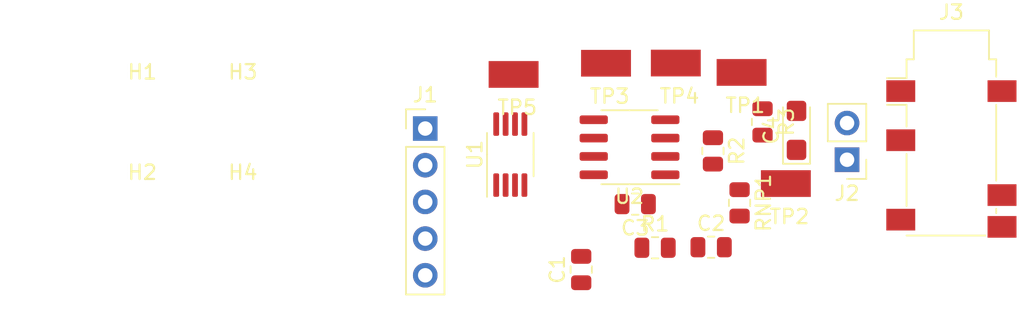
<source format=kicad_pcb>
(kicad_pcb (version 20171130) (host pcbnew "(5.1.10)-1")

  (general
    (thickness 1.6)
    (drawings 0)
    (tracks 0)
    (zones 0)
    (modules 22)
    (nets 14)
  )

  (page A4)
  (layers
    (0 F.Cu signal)
    (31 B.Cu signal)
    (32 B.Adhes user)
    (33 F.Adhes user)
    (34 B.Paste user)
    (35 F.Paste user)
    (36 B.SilkS user)
    (37 F.SilkS user)
    (38 B.Mask user)
    (39 F.Mask user)
    (40 Dwgs.User user)
    (41 Cmts.User user)
    (42 Eco1.User user)
    (43 Eco2.User user)
    (44 Edge.Cuts user)
    (45 Margin user)
    (46 B.CrtYd user)
    (47 F.CrtYd user)
    (48 B.Fab user)
    (49 F.Fab user)
  )

  (setup
    (last_trace_width 0.25)
    (trace_clearance 0.2)
    (zone_clearance 0.508)
    (zone_45_only no)
    (trace_min 0.2)
    (via_size 0.8)
    (via_drill 0.4)
    (via_min_size 0.4)
    (via_min_drill 0.3)
    (uvia_size 0.3)
    (uvia_drill 0.1)
    (uvias_allowed no)
    (uvia_min_size 0.2)
    (uvia_min_drill 0.1)
    (edge_width 0.05)
    (segment_width 0.2)
    (pcb_text_width 0.3)
    (pcb_text_size 1.5 1.5)
    (mod_edge_width 0.12)
    (mod_text_size 1 1)
    (mod_text_width 0.15)
    (pad_size 1.524 1.524)
    (pad_drill 0.762)
    (pad_to_mask_clearance 0)
    (aux_axis_origin 0 0)
    (visible_elements 7FFFF7FF)
    (pcbplotparams
      (layerselection 0x010fc_ffffffff)
      (usegerberextensions false)
      (usegerberattributes true)
      (usegerberadvancedattributes true)
      (creategerberjobfile true)
      (excludeedgelayer true)
      (linewidth 0.100000)
      (plotframeref false)
      (viasonmask false)
      (mode 1)
      (useauxorigin false)
      (hpglpennumber 1)
      (hpglpenspeed 20)
      (hpglpendiameter 15.000000)
      (psnegative false)
      (psa4output false)
      (plotreference true)
      (plotvalue true)
      (plotinvisibletext false)
      (padsonsilk false)
      (subtractmaskfromsilk false)
      (outputformat 1)
      (mirror false)
      (drillshape 1)
      (scaleselection 1)
      (outputdirectory ""))
  )

  (net 0 "")
  (net 1 "Net-(C1-Pad2)")
  (net 2 /WOZ_AUD)
  (net 3 GND)
  (net 4 "Net-(C2-Pad1)")
  (net 5 +5V)
  (net 6 /EAR)
  (net 7 /SPKR)
  (net 8 /AUD_SCL)
  (net 9 /AUD_SDA)
  (net 10 "Net-(J2-Pad2)")
  (net 11 /Sense)
  (net 12 "Net-(R2-Pad1)")
  (net 13 /DC_Vol)

  (net_class Default "This is the default net class."
    (clearance 0.2)
    (trace_width 0.25)
    (via_dia 0.8)
    (via_drill 0.4)
    (uvia_dia 0.3)
    (uvia_drill 0.1)
    (add_net +5V)
    (add_net /AUD_SCL)
    (add_net /AUD_SDA)
    (add_net /DC_Vol)
    (add_net /EAR)
    (add_net /SPKR)
    (add_net /Sense)
    (add_net /WOZ_AUD)
    (add_net GND)
    (add_net "Net-(C1-Pad2)")
    (add_net "Net-(C2-Pad1)")
    (add_net "Net-(J2-Pad2)")
    (add_net "Net-(R2-Pad1)")
  )

  (module Connector_PinHeader_2.54mm:PinHeader_1x05_P2.54mm_Vertical (layer F.Cu) (tedit 59FED5CC) (tstamp 61F4CBCD)
    (at 113.6142 102.9589)
    (descr "Through hole straight pin header, 1x05, 2.54mm pitch, single row")
    (tags "Through hole pin header THT 1x05 2.54mm single row")
    (path /61FE9FA4)
    (fp_text reference J1 (at 0 -2.33) (layer F.SilkS)
      (effects (font (size 1 1) (thickness 0.15)))
    )
    (fp_text value "Vol I2C" (at 0 12.49) (layer F.Fab)
      (effects (font (size 1 1) (thickness 0.15)))
    )
    (fp_text user %R (at 0 5.08 90) (layer F.Fab)
      (effects (font (size 1 1) (thickness 0.15)))
    )
    (fp_line (start -0.635 -1.27) (end 1.27 -1.27) (layer F.Fab) (width 0.1))
    (fp_line (start 1.27 -1.27) (end 1.27 11.43) (layer F.Fab) (width 0.1))
    (fp_line (start 1.27 11.43) (end -1.27 11.43) (layer F.Fab) (width 0.1))
    (fp_line (start -1.27 11.43) (end -1.27 -0.635) (layer F.Fab) (width 0.1))
    (fp_line (start -1.27 -0.635) (end -0.635 -1.27) (layer F.Fab) (width 0.1))
    (fp_line (start -1.33 11.49) (end 1.33 11.49) (layer F.SilkS) (width 0.12))
    (fp_line (start -1.33 1.27) (end -1.33 11.49) (layer F.SilkS) (width 0.12))
    (fp_line (start 1.33 1.27) (end 1.33 11.49) (layer F.SilkS) (width 0.12))
    (fp_line (start -1.33 1.27) (end 1.33 1.27) (layer F.SilkS) (width 0.12))
    (fp_line (start -1.33 0) (end -1.33 -1.33) (layer F.SilkS) (width 0.12))
    (fp_line (start -1.33 -1.33) (end 0 -1.33) (layer F.SilkS) (width 0.12))
    (fp_line (start -1.8 -1.8) (end -1.8 11.95) (layer F.CrtYd) (width 0.05))
    (fp_line (start -1.8 11.95) (end 1.8 11.95) (layer F.CrtYd) (width 0.05))
    (fp_line (start 1.8 11.95) (end 1.8 -1.8) (layer F.CrtYd) (width 0.05))
    (fp_line (start 1.8 -1.8) (end -1.8 -1.8) (layer F.CrtYd) (width 0.05))
    (pad 5 thru_hole oval (at 0 10.16) (size 1.7 1.7) (drill 1) (layers *.Cu *.Mask)
      (net 3 GND))
    (pad 4 thru_hole oval (at 0 7.62) (size 1.7 1.7) (drill 1) (layers *.Cu *.Mask)
      (net 8 /AUD_SCL))
    (pad 3 thru_hole oval (at 0 5.08) (size 1.7 1.7) (drill 1) (layers *.Cu *.Mask)
      (net 9 /AUD_SDA))
    (pad 2 thru_hole oval (at 0 2.54) (size 1.7 1.7) (drill 1) (layers *.Cu *.Mask)
      (net 2 /WOZ_AUD))
    (pad 1 thru_hole rect (at 0 0) (size 1.7 1.7) (drill 1) (layers *.Cu *.Mask)
      (net 11 /Sense))
    (model ${KISYS3DMOD}/Connector_PinHeader_2.54mm.3dshapes/PinHeader_1x05_P2.54mm_Vertical.wrl
      (at (xyz 0 0 0))
      (scale (xyz 1 1 1))
      (rotate (xyz 0 0 0))
    )
  )

  (module Connector_Audio:Jack_3.5mm_PJ311_Horizontal (layer F.Cu) (tedit 5A1DBF1B) (tstamp 61F4CC0B)
    (at 149.987 105.0671)
    (descr "PJ311 6pin SMD 3.5mm stereo headphones jack.")
    (tags "headphones jack plug stereo 3.5mm PJ311")
    (path /61EE4775)
    (attr smd)
    (fp_text reference J3 (at 0 -10.16) (layer F.SilkS)
      (effects (font (size 1 1) (thickness 0.15)))
    )
    (fp_text value Ears (at 0 7.17) (layer F.Fab)
      (effects (font (size 1 1) (thickness 0.15)))
    )
    (fp_text user %R (at 0 0) (layer F.Fab)
      (effects (font (size 1 1) (thickness 0.15)))
    )
    (fp_line (start -3.1 -3.75) (end -4.45 -3.75) (layer F.SilkS) (width 0.12))
    (fp_line (start -3.1 -5.6) (end -4.45 -5.6) (layer F.SilkS) (width 0.12))
    (fp_line (start -3.1 -5.6) (end -3.1 -6.9) (layer F.SilkS) (width 0.12))
    (fp_line (start -3.1 -2.25) (end -3.1 -3.75) (layer F.SilkS) (width 0.12))
    (fp_line (start -3.1 3.25) (end -3.1 -0.35) (layer F.SilkS) (width 0.12))
    (fp_line (start 2.35 5.3) (end -3.1 5.3) (layer F.SilkS) (width 0.12))
    (fp_line (start 3.1 3.45) (end 3.1 3.75) (layer F.SilkS) (width 0.12))
    (fp_line (start 3.1 -3.75) (end 3.1 1.5) (layer F.SilkS) (width 0.12))
    (fp_line (start 3.1 -6.9) (end 3.1 -5.7) (layer F.SilkS) (width 0.12))
    (fp_line (start -2.6 -6.9) (end -2.6 -8.9) (layer F.SilkS) (width 0.12))
    (fp_line (start -2.6 -8.9) (end 2.6 -8.9) (layer F.SilkS) (width 0.12))
    (fp_line (start 2.6 -8.9) (end 2.6 -6.9) (layer F.SilkS) (width 0.12))
    (fp_line (start 2.6 -6.9) (end 3.1 -6.9) (layer F.SilkS) (width 0.12))
    (fp_line (start -3.1 -6.9) (end -2.6 -6.9) (layer F.SilkS) (width 0.12))
    (fp_line (start -3 5.2) (end 3 5.2) (layer F.Fab) (width 0.1))
    (fp_line (start 3 5.2) (end 3 -6.8) (layer F.Fab) (width 0.1))
    (fp_line (start 3 -6.8) (end 2.5 -6.8) (layer F.Fab) (width 0.1))
    (fp_line (start 2.5 -6.8) (end 2.5 -8.8) (layer F.Fab) (width 0.1))
    (fp_line (start 2.5 -8.8) (end -2.5 -8.8) (layer F.Fab) (width 0.1))
    (fp_line (start -2.5 -8.8) (end -2.5 -6.8) (layer F.Fab) (width 0.1))
    (fp_line (start -2.5 -6.8) (end -3 -6.8) (layer F.Fab) (width 0.1))
    (fp_line (start -3 -6.8) (end -3 5.2) (layer F.Fab) (width 0.1))
    (fp_line (start -5 -9.31) (end 5 -9.31) (layer F.CrtYd) (width 0.05))
    (fp_line (start -5 -9.31) (end -5 5.94) (layer F.CrtYd) (width 0.05))
    (fp_line (start 5 5.94) (end 5 -9.31) (layer F.CrtYd) (width 0.05))
    (fp_line (start -5 5.94) (end 5 5.94) (layer F.CrtYd) (width 0.05))
    (fp_circle (center -2.35 -4.65) (end -2.1 -4.65) (layer F.Fab) (width 0.12))
    (pad 2 smd rect (at 3.5 -4.7) (size 2 1.5) (layers F.Cu F.Paste F.Mask)
      (net 3 GND))
    (pad "" np_thru_hole circle (at 0 2.7) (size 1.5 1.5) (drill 1.5) (layers *.Cu *.Mask))
    (pad "" np_thru_hole circle (at 0 -4.3) (size 1.5 1.5) (drill 1.5) (layers *.Cu *.Mask))
    (pad 4 smd rect (at 3.5 2.5) (size 2 1.5) (layers F.Cu F.Paste F.Mask)
      (net 6 /EAR))
    (pad 5 smd rect (at 3.5 4.7) (size 2 1.5) (layers F.Cu F.Paste F.Mask)
      (net 5 +5V))
    (pad 1 smd rect (at -3.5 -4.7) (size 2 1.5) (layers F.Cu F.Paste F.Mask))
    (pad 3 smd rect (at -3.5 -1.3) (size 2 1.5) (layers F.Cu F.Paste F.Mask)
      (net 6 /EAR))
    (pad 6 smd rect (at -3.5 4.2) (size 2 1.5) (layers F.Cu F.Paste F.Mask)
      (net 11 /Sense))
    (model ${KISYS3DMOD}/Connector_Audio.3dshapes/Jack_3.5mm_PJ311_Horizontal.wrl
      (at (xyz 0 0 0))
      (scale (xyz 1 1 1))
      (rotate (xyz 0 0 0))
    )
  )

  (module MountingHole:MountingHole_2.7mm_M2.5 (layer F.Cu) (tedit 56D1B4CB) (tstamp 61F566C1)
    (at 101.0062 109.693)
    (descr "Mounting Hole 2.7mm, no annular, M2.5")
    (tags "mounting hole 2.7mm no annular m2.5")
    (path /61F59FE9)
    (attr virtual)
    (fp_text reference H4 (at 0 -3.7) (layer F.SilkS)
      (effects (font (size 1 1) (thickness 0.15)))
    )
    (fp_text value MountingHole_M2.5_Screw (at 0 3.7) (layer F.Fab)
      (effects (font (size 1 1) (thickness 0.15)))
    )
    (fp_text user %R (at 0.3 0) (layer F.Fab)
      (effects (font (size 1 1) (thickness 0.15)))
    )
    (fp_circle (center 0 0) (end 2.7 0) (layer Cmts.User) (width 0.15))
    (fp_circle (center 0 0) (end 2.95 0) (layer F.CrtYd) (width 0.05))
    (pad 1 np_thru_hole circle (at 0 0) (size 2.7 2.7) (drill 2.7) (layers *.Cu *.Mask))
  )

  (module MountingHole:MountingHole_2.7mm_M2.5 (layer F.Cu) (tedit 56D1B4CB) (tstamp 61F566B9)
    (at 101.0062 102.743)
    (descr "Mounting Hole 2.7mm, no annular, M2.5")
    (tags "mounting hole 2.7mm no annular m2.5")
    (path /61F5A4A6)
    (attr virtual)
    (fp_text reference H3 (at 0 -3.7) (layer F.SilkS)
      (effects (font (size 1 1) (thickness 0.15)))
    )
    (fp_text value MountingHole_M2.5_Screw (at 0 3.7) (layer F.Fab)
      (effects (font (size 1 1) (thickness 0.15)))
    )
    (fp_text user %R (at 0.3 0) (layer F.Fab)
      (effects (font (size 1 1) (thickness 0.15)))
    )
    (fp_circle (center 0 0) (end 2.7 0) (layer Cmts.User) (width 0.15))
    (fp_circle (center 0 0) (end 2.95 0) (layer F.CrtYd) (width 0.05))
    (pad 1 np_thru_hole circle (at 0 0) (size 2.7 2.7) (drill 2.7) (layers *.Cu *.Mask))
  )

  (module MountingHole:MountingHole_2.7mm_M2.5 (layer F.Cu) (tedit 56D1B4CB) (tstamp 61F566B1)
    (at 94.0562 109.693)
    (descr "Mounting Hole 2.7mm, no annular, M2.5")
    (tags "mounting hole 2.7mm no annular m2.5")
    (path /61F5A74C)
    (attr virtual)
    (fp_text reference H2 (at 0 -3.7) (layer F.SilkS)
      (effects (font (size 1 1) (thickness 0.15)))
    )
    (fp_text value MountingHole_M2.5_Screw (at 0 3.7) (layer F.Fab)
      (effects (font (size 1 1) (thickness 0.15)))
    )
    (fp_text user %R (at 0.3 0) (layer F.Fab)
      (effects (font (size 1 1) (thickness 0.15)))
    )
    (fp_circle (center 0 0) (end 2.7 0) (layer Cmts.User) (width 0.15))
    (fp_circle (center 0 0) (end 2.95 0) (layer F.CrtYd) (width 0.05))
    (pad 1 np_thru_hole circle (at 0 0) (size 2.7 2.7) (drill 2.7) (layers *.Cu *.Mask))
  )

  (module MountingHole:MountingHole_2.7mm_M2.5 (layer F.Cu) (tedit 56D1B4CB) (tstamp 61F566A9)
    (at 94.0562 102.743)
    (descr "Mounting Hole 2.7mm, no annular, M2.5")
    (tags "mounting hole 2.7mm no annular m2.5")
    (path /61F5A9E4)
    (attr virtual)
    (fp_text reference H1 (at 0 -3.7) (layer F.SilkS)
      (effects (font (size 1 1) (thickness 0.15)))
    )
    (fp_text value MountingHole_M2.5_Screw (at 0 3.7) (layer F.Fab)
      (effects (font (size 1 1) (thickness 0.15)))
    )
    (fp_text user %R (at 0.3 0) (layer F.Fab)
      (effects (font (size 1 1) (thickness 0.15)))
    )
    (fp_circle (center 0 0) (end 2.7 0) (layer Cmts.User) (width 0.15))
    (fp_circle (center 0 0) (end 2.95 0) (layer F.CrtYd) (width 0.05))
    (pad 1 np_thru_hole circle (at 0 0) (size 2.7 2.7) (drill 2.7) (layers *.Cu *.Mask))
  )

  (module Package_SO:SOIC-8_3.9x4.9mm_P1.27mm (layer F.Cu) (tedit 5D9F72B1) (tstamp 61F4D048)
    (at 127.7366 104.2543 180)
    (descr "SOIC, 8 Pin (JEDEC MS-012AA, https://www.analog.com/media/en/package-pcb-resources/package/pkg_pdf/soic_narrow-r/r_8.pdf), generated with kicad-footprint-generator ipc_gullwing_generator.py")
    (tags "SOIC SO")
    (path /61F4F362)
    (attr smd)
    (fp_text reference U2 (at 0 -3.4) (layer F.SilkS)
      (effects (font (size 1 1) (thickness 0.15)))
    )
    (fp_text value LM4875 (at 0 3.4) (layer F.Fab)
      (effects (font (size 1 1) (thickness 0.15)))
    )
    (fp_line (start 3.7 -2.7) (end -3.7 -2.7) (layer F.CrtYd) (width 0.05))
    (fp_line (start 3.7 2.7) (end 3.7 -2.7) (layer F.CrtYd) (width 0.05))
    (fp_line (start -3.7 2.7) (end 3.7 2.7) (layer F.CrtYd) (width 0.05))
    (fp_line (start -3.7 -2.7) (end -3.7 2.7) (layer F.CrtYd) (width 0.05))
    (fp_line (start -1.95 -1.475) (end -0.975 -2.45) (layer F.Fab) (width 0.1))
    (fp_line (start -1.95 2.45) (end -1.95 -1.475) (layer F.Fab) (width 0.1))
    (fp_line (start 1.95 2.45) (end -1.95 2.45) (layer F.Fab) (width 0.1))
    (fp_line (start 1.95 -2.45) (end 1.95 2.45) (layer F.Fab) (width 0.1))
    (fp_line (start -0.975 -2.45) (end 1.95 -2.45) (layer F.Fab) (width 0.1))
    (fp_line (start 0 -2.56) (end -3.45 -2.56) (layer F.SilkS) (width 0.12))
    (fp_line (start 0 -2.56) (end 1.95 -2.56) (layer F.SilkS) (width 0.12))
    (fp_line (start 0 2.56) (end -1.95 2.56) (layer F.SilkS) (width 0.12))
    (fp_line (start 0 2.56) (end 1.95 2.56) (layer F.SilkS) (width 0.12))
    (fp_text user %R (at 0 0) (layer F.Fab)
      (effects (font (size 0.98 0.98) (thickness 0.15)))
    )
    (pad 8 smd roundrect (at 2.475 -1.905 180) (size 1.95 0.6) (layers F.Cu F.Paste F.Mask) (roundrect_rratio 0.25)
      (net 10 "Net-(J2-Pad2)"))
    (pad 7 smd roundrect (at 2.475 -0.635 180) (size 1.95 0.6) (layers F.Cu F.Paste F.Mask) (roundrect_rratio 0.25)
      (net 4 "Net-(C2-Pad1)"))
    (pad 6 smd roundrect (at 2.475 0.635 180) (size 1.95 0.6) (layers F.Cu F.Paste F.Mask) (roundrect_rratio 0.25)
      (net 3 GND))
    (pad 5 smd roundrect (at 2.475 1.905 180) (size 1.95 0.6) (layers F.Cu F.Paste F.Mask) (roundrect_rratio 0.25)
      (net 7 /SPKR))
    (pad 4 smd roundrect (at -2.475 1.905 180) (size 1.95 0.6) (layers F.Cu F.Paste F.Mask) (roundrect_rratio 0.25)
      (net 13 /DC_Vol))
    (pad 3 smd roundrect (at -2.475 0.635 180) (size 1.95 0.6) (layers F.Cu F.Paste F.Mask) (roundrect_rratio 0.25)
      (net 12 "Net-(R2-Pad1)"))
    (pad 2 smd roundrect (at -2.475 -0.635 180) (size 1.95 0.6) (layers F.Cu F.Paste F.Mask) (roundrect_rratio 0.25)
      (net 1 "Net-(C1-Pad2)"))
    (pad 1 smd roundrect (at -2.475 -1.905 180) (size 1.95 0.6) (layers F.Cu F.Paste F.Mask) (roundrect_rratio 0.25)
      (net 5 +5V))
    (model ${KISYS3DMOD}/Package_SO.3dshapes/SOIC-8_3.9x4.9mm_P1.27mm.wrl
      (at (xyz 0 0 0))
      (scale (xyz 1 1 1))
      (rotate (xyz 0 0 0))
    )
  )

  (module Package_SO:MSOP-8_3x3mm_P0.65mm (layer F.Cu) (tedit 5E509FDD) (tstamp 61F4D02E)
    (at 119.4943 104.7623 90)
    (descr "MSOP, 8 Pin (https://www.jedec.org/system/files/docs/mo-187F.pdf variant AA), generated with kicad-footprint-generator ipc_gullwing_generator.py")
    (tags "MSOP SO")
    (path /61FD4D4D)
    (attr smd)
    (fp_text reference U1 (at 0 -2.45 90) (layer F.SilkS)
      (effects (font (size 1 1) (thickness 0.15)))
    )
    (fp_text value MCP4541T (at 0 2.45 90) (layer F.Fab)
      (effects (font (size 1 1) (thickness 0.15)))
    )
    (fp_line (start 3.18 -1.75) (end -3.18 -1.75) (layer F.CrtYd) (width 0.05))
    (fp_line (start 3.18 1.75) (end 3.18 -1.75) (layer F.CrtYd) (width 0.05))
    (fp_line (start -3.18 1.75) (end 3.18 1.75) (layer F.CrtYd) (width 0.05))
    (fp_line (start -3.18 -1.75) (end -3.18 1.75) (layer F.CrtYd) (width 0.05))
    (fp_line (start -1.5 -0.75) (end -0.75 -1.5) (layer F.Fab) (width 0.1))
    (fp_line (start -1.5 1.5) (end -1.5 -0.75) (layer F.Fab) (width 0.1))
    (fp_line (start 1.5 1.5) (end -1.5 1.5) (layer F.Fab) (width 0.1))
    (fp_line (start 1.5 -1.5) (end 1.5 1.5) (layer F.Fab) (width 0.1))
    (fp_line (start -0.75 -1.5) (end 1.5 -1.5) (layer F.Fab) (width 0.1))
    (fp_line (start 0 -1.61) (end -2.925 -1.61) (layer F.SilkS) (width 0.12))
    (fp_line (start 0 -1.61) (end 1.5 -1.61) (layer F.SilkS) (width 0.12))
    (fp_line (start 0 1.61) (end -1.5 1.61) (layer F.SilkS) (width 0.12))
    (fp_line (start 0 1.61) (end 1.5 1.61) (layer F.SilkS) (width 0.12))
    (fp_text user %R (at 0 0 90) (layer F.Fab)
      (effects (font (size 0.75 0.75) (thickness 0.11)))
    )
    (pad 8 smd roundrect (at 2.1125 -0.975 90) (size 1.625 0.4) (layers F.Cu F.Paste F.Mask) (roundrect_rratio 0.25)
      (net 5 +5V))
    (pad 7 smd roundrect (at 2.1125 -0.325 90) (size 1.625 0.4) (layers F.Cu F.Paste F.Mask) (roundrect_rratio 0.25)
      (net 5 +5V))
    (pad 6 smd roundrect (at 2.1125 0.325 90) (size 1.625 0.4) (layers F.Cu F.Paste F.Mask) (roundrect_rratio 0.25)
      (net 13 /DC_Vol))
    (pad 5 smd roundrect (at 2.1125 0.975 90) (size 1.625 0.4) (layers F.Cu F.Paste F.Mask) (roundrect_rratio 0.25)
      (net 3 GND))
    (pad 4 smd roundrect (at -2.1125 0.975 90) (size 1.625 0.4) (layers F.Cu F.Paste F.Mask) (roundrect_rratio 0.25)
      (net 3 GND))
    (pad 3 smd roundrect (at -2.1125 0.325 90) (size 1.625 0.4) (layers F.Cu F.Paste F.Mask) (roundrect_rratio 0.25)
      (net 9 /AUD_SDA))
    (pad 2 smd roundrect (at -2.1125 -0.325 90) (size 1.625 0.4) (layers F.Cu F.Paste F.Mask) (roundrect_rratio 0.25)
      (net 8 /AUD_SCL))
    (pad 1 smd roundrect (at -2.1125 -0.975 90) (size 1.625 0.4) (layers F.Cu F.Paste F.Mask) (roundrect_rratio 0.25)
      (net 3 GND))
    (model ${KISYS3DMOD}/Package_SO.3dshapes/MSOP-8_3x3mm_P0.65mm.wrl
      (at (xyz 0 0 0))
      (scale (xyz 1 1 1))
      (rotate (xyz 0 0 0))
    )
  )

  (module "My Libraries:Harwin-S1751-46-Test-Point" (layer F.Cu) (tedit 5F9F0FC9) (tstamp 61F4D014)
    (at 119.7229 99.2124)
    (path /620126A5)
    (fp_text reference TP5 (at 0.254 2.286) (layer F.SilkS)
      (effects (font (size 1 1) (thickness 0.15)))
    )
    (fp_text value DC_Vol (at 0 -1.778) (layer F.Fab)
      (effects (font (size 1 1) (thickness 0.15)))
    )
    (pad 1 smd rect (at 0 0) (size 3.45 1.85) (layers F.Cu F.Paste F.Mask)
      (net 13 /DC_Vol))
    (model "C:/Users/balde/Dropbox/KiCad/Downloaded Libraries/s1751-46.stp"
      (offset (xyz 0 0.825 2))
      (scale (xyz 1 1 1))
      (rotate (xyz -90 0 0))
    )
  )

  (module "My Libraries:Harwin-S1751-46-Test-Point" (layer F.Cu) (tedit 5F9F0FC9) (tstamp 61F4CF53)
    (at 130.937 98.425)
    (path /620032F6)
    (fp_text reference TP4 (at 0.254 2.286) (layer F.SilkS)
      (effects (font (size 1 1) (thickness 0.15)))
    )
    (fp_text value Sense (at 0 -1.778) (layer F.Fab)
      (effects (font (size 1 1) (thickness 0.15)))
    )
    (pad 1 smd rect (at 0 0) (size 3.45 1.85) (layers F.Cu F.Paste F.Mask)
      (net 11 /Sense))
    (model "C:/Users/balde/Dropbox/KiCad/Downloaded Libraries/s1751-46.stp"
      (offset (xyz 0 0.825 2))
      (scale (xyz 1 1 1))
      (rotate (xyz -90 0 0))
    )
  )

  (module "My Libraries:Harwin-S1751-46-Test-Point" (layer F.Cu) (tedit 5F9F0FC9) (tstamp 61F4CE92)
    (at 126.111 98.4377)
    (path /61EF12C7)
    (fp_text reference TP3 (at 0.254 2.286) (layer F.SilkS)
      (effects (font (size 1 1) (thickness 0.15)))
    )
    (fp_text value WOZ_AUD (at 0 -1.778) (layer F.Fab)
      (effects (font (size 1 1) (thickness 0.15)))
    )
    (pad 1 smd rect (at 0 0) (size 3.45 1.85) (layers F.Cu F.Paste F.Mask)
      (net 2 /WOZ_AUD))
    (model "C:/Users/balde/Dropbox/KiCad/Downloaded Libraries/s1751-46.stp"
      (offset (xyz 0 0.825 2))
      (scale (xyz 1 1 1))
      (rotate (xyz -90 0 0))
    )
  )

  (module "My Libraries:Harwin-S1751-46-Test-Point" (layer F.Cu) (tedit 5F9F0FC9) (tstamp 61F4CDD1)
    (at 138.5443 106.7689)
    (path /61EEEDA4)
    (fp_text reference TP2 (at 0.254 2.286) (layer F.SilkS)
      (effects (font (size 1 1) (thickness 0.15)))
    )
    (fp_text value SPKR (at 0 -1.778) (layer F.Fab)
      (effects (font (size 1 1) (thickness 0.15)))
    )
    (pad 1 smd rect (at 0 0) (size 3.45 1.85) (layers F.Cu F.Paste F.Mask)
      (net 7 /SPKR))
    (model "C:/Users/balde/Dropbox/KiCad/Downloaded Libraries/s1751-46.stp"
      (offset (xyz 0 0.825 2))
      (scale (xyz 1 1 1))
      (rotate (xyz -90 0 0))
    )
  )

  (module "My Libraries:Harwin-S1751-46-Test-Point" (layer F.Cu) (tedit 5F9F0FC9) (tstamp 61F4CD10)
    (at 135.4836 99.0727)
    (path /61EEE762)
    (fp_text reference TP1 (at 0.254 2.286) (layer F.SilkS)
      (effects (font (size 1 1) (thickness 0.15)))
    )
    (fp_text value EAR (at 0 -1.778) (layer F.Fab)
      (effects (font (size 1 1) (thickness 0.15)))
    )
    (pad 1 smd rect (at 0 0) (size 3.45 1.85) (layers F.Cu F.Paste F.Mask)
      (net 6 /EAR))
    (model "C:/Users/balde/Dropbox/KiCad/Downloaded Libraries/s1751-46.stp"
      (offset (xyz 0 0.825 2))
      (scale (xyz 1 1 1))
      (rotate (xyz -90 0 0))
    )
  )

  (module Resistor_SMD:R_0805_2012Metric (layer F.Cu) (tedit 5F68FEEE) (tstamp 61F4CC4F)
    (at 135.3439 108.1043 270)
    (descr "Resistor SMD 0805 (2012 Metric), square (rectangular) end terminal, IPC_7351 nominal, (Body size source: IPC-SM-782 page 72, https://www.pcb-3d.com/wordpress/wp-content/uploads/ipc-sm-782a_amendment_1_and_2.pdf), generated with kicad-footprint-generator")
    (tags resistor)
    (path /61FE05AC)
    (attr smd)
    (fp_text reference RNP1 (at 0 -1.65 90) (layer F.SilkS)
      (effects (font (size 1 1) (thickness 0.15)))
    )
    (fp_text value 1k (at 0 1.65 90) (layer F.Fab)
      (effects (font (size 1 1) (thickness 0.15)))
    )
    (fp_line (start 1.68 0.95) (end -1.68 0.95) (layer F.CrtYd) (width 0.05))
    (fp_line (start 1.68 -0.95) (end 1.68 0.95) (layer F.CrtYd) (width 0.05))
    (fp_line (start -1.68 -0.95) (end 1.68 -0.95) (layer F.CrtYd) (width 0.05))
    (fp_line (start -1.68 0.95) (end -1.68 -0.95) (layer F.CrtYd) (width 0.05))
    (fp_line (start -0.227064 0.735) (end 0.227064 0.735) (layer F.SilkS) (width 0.12))
    (fp_line (start -0.227064 -0.735) (end 0.227064 -0.735) (layer F.SilkS) (width 0.12))
    (fp_line (start 1 0.625) (end -1 0.625) (layer F.Fab) (width 0.1))
    (fp_line (start 1 -0.625) (end 1 0.625) (layer F.Fab) (width 0.1))
    (fp_line (start -1 -0.625) (end 1 -0.625) (layer F.Fab) (width 0.1))
    (fp_line (start -1 0.625) (end -1 -0.625) (layer F.Fab) (width 0.1))
    (fp_text user %R (at 0 0 90) (layer F.Fab)
      (effects (font (size 0.5 0.5) (thickness 0.08)))
    )
    (pad 2 smd roundrect (at 0.9125 0 270) (size 1.025 1.4) (layers F.Cu F.Paste F.Mask) (roundrect_rratio 0.243902)
      (net 3 GND))
    (pad 1 smd roundrect (at -0.9125 0 270) (size 1.025 1.4) (layers F.Cu F.Paste F.Mask) (roundrect_rratio 0.243902)
      (net 7 /SPKR))
    (model ${KISYS3DMOD}/Resistor_SMD.3dshapes/R_0805_2012Metric.wrl
      (at (xyz 0 0 0))
      (scale (xyz 1 1 1))
      (rotate (xyz 0 0 0))
    )
  )

  (module Resistor_SMD:R_0805_2012Metric (layer F.Cu) (tedit 5F68FEEE) (tstamp 61F4CC3E)
    (at 136.9314 102.5017 270)
    (descr "Resistor SMD 0805 (2012 Metric), square (rectangular) end terminal, IPC_7351 nominal, (Body size source: IPC-SM-782 page 72, https://www.pcb-3d.com/wordpress/wp-content/uploads/ipc-sm-782a_amendment_1_and_2.pdf), generated with kicad-footprint-generator")
    (tags resistor)
    (path /61F6891D)
    (attr smd)
    (fp_text reference R3 (at 0 -1.65 90) (layer F.SilkS)
      (effects (font (size 1 1) (thickness 0.15)))
    )
    (fp_text value 150 (at 0 1.65 90) (layer F.Fab)
      (effects (font (size 1 1) (thickness 0.15)))
    )
    (fp_line (start 1.68 0.95) (end -1.68 0.95) (layer F.CrtYd) (width 0.05))
    (fp_line (start 1.68 -0.95) (end 1.68 0.95) (layer F.CrtYd) (width 0.05))
    (fp_line (start -1.68 -0.95) (end 1.68 -0.95) (layer F.CrtYd) (width 0.05))
    (fp_line (start -1.68 0.95) (end -1.68 -0.95) (layer F.CrtYd) (width 0.05))
    (fp_line (start -0.227064 0.735) (end 0.227064 0.735) (layer F.SilkS) (width 0.12))
    (fp_line (start -0.227064 -0.735) (end 0.227064 -0.735) (layer F.SilkS) (width 0.12))
    (fp_line (start 1 0.625) (end -1 0.625) (layer F.Fab) (width 0.1))
    (fp_line (start 1 -0.625) (end 1 0.625) (layer F.Fab) (width 0.1))
    (fp_line (start -1 -0.625) (end 1 -0.625) (layer F.Fab) (width 0.1))
    (fp_line (start -1 0.625) (end -1 -0.625) (layer F.Fab) (width 0.1))
    (fp_text user %R (at 0 0 90) (layer F.Fab)
      (effects (font (size 0.5 0.5) (thickness 0.08)))
    )
    (pad 2 smd roundrect (at 0.9125 0 270) (size 1.025 1.4) (layers F.Cu F.Paste F.Mask) (roundrect_rratio 0.243902)
      (net 3 GND))
    (pad 1 smd roundrect (at -0.9125 0 270) (size 1.025 1.4) (layers F.Cu F.Paste F.Mask) (roundrect_rratio 0.243902)
      (net 6 /EAR))
    (model ${KISYS3DMOD}/Resistor_SMD.3dshapes/R_0805_2012Metric.wrl
      (at (xyz 0 0 0))
      (scale (xyz 1 1 1))
      (rotate (xyz 0 0 0))
    )
  )

  (module Resistor_SMD:R_0805_2012Metric (layer F.Cu) (tedit 5F68FEEE) (tstamp 61F4CC2D)
    (at 133.5024 104.5083 270)
    (descr "Resistor SMD 0805 (2012 Metric), square (rectangular) end terminal, IPC_7351 nominal, (Body size source: IPC-SM-782 page 72, https://www.pcb-3d.com/wordpress/wp-content/uploads/ipc-sm-782a_amendment_1_and_2.pdf), generated with kicad-footprint-generator")
    (tags resistor)
    (path /61F5C9DB)
    (attr smd)
    (fp_text reference R2 (at 0 -1.65 90) (layer F.SilkS)
      (effects (font (size 1 1) (thickness 0.15)))
    )
    (fp_text value 100k (at 0 1.65 90) (layer F.Fab)
      (effects (font (size 1 1) (thickness 0.15)))
    )
    (fp_line (start 1.68 0.95) (end -1.68 0.95) (layer F.CrtYd) (width 0.05))
    (fp_line (start 1.68 -0.95) (end 1.68 0.95) (layer F.CrtYd) (width 0.05))
    (fp_line (start -1.68 -0.95) (end 1.68 -0.95) (layer F.CrtYd) (width 0.05))
    (fp_line (start -1.68 0.95) (end -1.68 -0.95) (layer F.CrtYd) (width 0.05))
    (fp_line (start -0.227064 0.735) (end 0.227064 0.735) (layer F.SilkS) (width 0.12))
    (fp_line (start -0.227064 -0.735) (end 0.227064 -0.735) (layer F.SilkS) (width 0.12))
    (fp_line (start 1 0.625) (end -1 0.625) (layer F.Fab) (width 0.1))
    (fp_line (start 1 -0.625) (end 1 0.625) (layer F.Fab) (width 0.1))
    (fp_line (start -1 -0.625) (end 1 -0.625) (layer F.Fab) (width 0.1))
    (fp_line (start -1 0.625) (end -1 -0.625) (layer F.Fab) (width 0.1))
    (fp_text user %R (at 0 0 90) (layer F.Fab)
      (effects (font (size 0.5 0.5) (thickness 0.08)))
    )
    (pad 2 smd roundrect (at 0.9125 0 270) (size 1.025 1.4) (layers F.Cu F.Paste F.Mask) (roundrect_rratio 0.243902)
      (net 11 /Sense))
    (pad 1 smd roundrect (at -0.9125 0 270) (size 1.025 1.4) (layers F.Cu F.Paste F.Mask) (roundrect_rratio 0.243902)
      (net 12 "Net-(R2-Pad1)"))
    (model ${KISYS3DMOD}/Resistor_SMD.3dshapes/R_0805_2012Metric.wrl
      (at (xyz 0 0 0))
      (scale (xyz 1 1 1))
      (rotate (xyz 0 0 0))
    )
  )

  (module Resistor_SMD:R_0805_2012Metric (layer F.Cu) (tedit 5F68FEEE) (tstamp 61F4CC1C)
    (at 129.5019 111.2139)
    (descr "Resistor SMD 0805 (2012 Metric), square (rectangular) end terminal, IPC_7351 nominal, (Body size source: IPC-SM-782 page 72, https://www.pcb-3d.com/wordpress/wp-content/uploads/ipc-sm-782a_amendment_1_and_2.pdf), generated with kicad-footprint-generator")
    (tags resistor)
    (path /61F5D665)
    (attr smd)
    (fp_text reference R1 (at 0 -1.65) (layer F.SilkS)
      (effects (font (size 1 1) (thickness 0.15)))
    )
    (fp_text value 100k (at 0 1.65) (layer F.Fab)
      (effects (font (size 1 1) (thickness 0.15)))
    )
    (fp_line (start 1.68 0.95) (end -1.68 0.95) (layer F.CrtYd) (width 0.05))
    (fp_line (start 1.68 -0.95) (end 1.68 0.95) (layer F.CrtYd) (width 0.05))
    (fp_line (start -1.68 -0.95) (end 1.68 -0.95) (layer F.CrtYd) (width 0.05))
    (fp_line (start -1.68 0.95) (end -1.68 -0.95) (layer F.CrtYd) (width 0.05))
    (fp_line (start -0.227064 0.735) (end 0.227064 0.735) (layer F.SilkS) (width 0.12))
    (fp_line (start -0.227064 -0.735) (end 0.227064 -0.735) (layer F.SilkS) (width 0.12))
    (fp_line (start 1 0.625) (end -1 0.625) (layer F.Fab) (width 0.1))
    (fp_line (start 1 -0.625) (end 1 0.625) (layer F.Fab) (width 0.1))
    (fp_line (start -1 -0.625) (end 1 -0.625) (layer F.Fab) (width 0.1))
    (fp_line (start -1 0.625) (end -1 -0.625) (layer F.Fab) (width 0.1))
    (fp_text user %R (at 0 0) (layer F.Fab)
      (effects (font (size 0.5 0.5) (thickness 0.08)))
    )
    (pad 2 smd roundrect (at 0.9125 0) (size 1.025 1.4) (layers F.Cu F.Paste F.Mask) (roundrect_rratio 0.243902)
      (net 11 /Sense))
    (pad 1 smd roundrect (at -0.9125 0) (size 1.025 1.4) (layers F.Cu F.Paste F.Mask) (roundrect_rratio 0.243902)
      (net 5 +5V))
    (model ${KISYS3DMOD}/Resistor_SMD.3dshapes/R_0805_2012Metric.wrl
      (at (xyz 0 0 0))
      (scale (xyz 1 1 1))
      (rotate (xyz 0 0 0))
    )
  )

  (module Connector_PinHeader_2.54mm:PinHeader_1x02_P2.54mm_Vertical (layer F.Cu) (tedit 59FED5CC) (tstamp 61F4CBE3)
    (at 142.7734 105.1179 180)
    (descr "Through hole straight pin header, 1x02, 2.54mm pitch, single row")
    (tags "Through hole pin header THT 1x02 2.54mm single row")
    (path /61EE5A2B)
    (fp_text reference J2 (at 0 -2.33) (layer F.SilkS)
      (effects (font (size 1 1) (thickness 0.15)))
    )
    (fp_text value SPKR (at 0 4.87) (layer F.Fab)
      (effects (font (size 1 1) (thickness 0.15)))
    )
    (fp_line (start 1.8 -1.8) (end -1.8 -1.8) (layer F.CrtYd) (width 0.05))
    (fp_line (start 1.8 4.35) (end 1.8 -1.8) (layer F.CrtYd) (width 0.05))
    (fp_line (start -1.8 4.35) (end 1.8 4.35) (layer F.CrtYd) (width 0.05))
    (fp_line (start -1.8 -1.8) (end -1.8 4.35) (layer F.CrtYd) (width 0.05))
    (fp_line (start -1.33 -1.33) (end 0 -1.33) (layer F.SilkS) (width 0.12))
    (fp_line (start -1.33 0) (end -1.33 -1.33) (layer F.SilkS) (width 0.12))
    (fp_line (start -1.33 1.27) (end 1.33 1.27) (layer F.SilkS) (width 0.12))
    (fp_line (start 1.33 1.27) (end 1.33 3.87) (layer F.SilkS) (width 0.12))
    (fp_line (start -1.33 1.27) (end -1.33 3.87) (layer F.SilkS) (width 0.12))
    (fp_line (start -1.33 3.87) (end 1.33 3.87) (layer F.SilkS) (width 0.12))
    (fp_line (start -1.27 -0.635) (end -0.635 -1.27) (layer F.Fab) (width 0.1))
    (fp_line (start -1.27 3.81) (end -1.27 -0.635) (layer F.Fab) (width 0.1))
    (fp_line (start 1.27 3.81) (end -1.27 3.81) (layer F.Fab) (width 0.1))
    (fp_line (start 1.27 -1.27) (end 1.27 3.81) (layer F.Fab) (width 0.1))
    (fp_line (start -0.635 -1.27) (end 1.27 -1.27) (layer F.Fab) (width 0.1))
    (fp_text user %R (at 0 1.27 90) (layer F.Fab)
      (effects (font (size 1 1) (thickness 0.15)))
    )
    (pad 2 thru_hole oval (at 0 2.54 180) (size 1.7 1.7) (drill 1) (layers *.Cu *.Mask)
      (net 10 "Net-(J2-Pad2)"))
    (pad 1 thru_hole rect (at 0 0 180) (size 1.7 1.7) (drill 1) (layers *.Cu *.Mask)
      (net 7 /SPKR))
    (model ${KISYS3DMOD}/Connector_PinHeader_2.54mm.3dshapes/PinHeader_1x02_P2.54mm_Vertical.wrl
      (at (xyz 0 0 0))
      (scale (xyz 1 1 1))
      (rotate (xyz 0 0 0))
    )
  )

  (module Capacitor_Tantalum_SMD:CP_EIA-3216-18_Kemet-A (layer F.Cu) (tedit 5EBA9318) (tstamp 61F4CBB5)
    (at 139.2809 103.0859 90)
    (descr "Tantalum Capacitor SMD Kemet-A (3216-18 Metric), IPC_7351 nominal, (Body size from: http://www.kemet.com/Lists/ProductCatalog/Attachments/253/KEM_TC101_STD.pdf), generated with kicad-footprint-generator")
    (tags "capacitor tantalum")
    (path /61F612C8)
    (attr smd)
    (fp_text reference C4 (at 0 -1.75 90) (layer F.SilkS)
      (effects (font (size 1 1) (thickness 0.15)))
    )
    (fp_text value 100u (at 0 1.75 90) (layer F.Fab)
      (effects (font (size 1 1) (thickness 0.15)))
    )
    (fp_line (start 2.3 1.05) (end -2.3 1.05) (layer F.CrtYd) (width 0.05))
    (fp_line (start 2.3 -1.05) (end 2.3 1.05) (layer F.CrtYd) (width 0.05))
    (fp_line (start -2.3 -1.05) (end 2.3 -1.05) (layer F.CrtYd) (width 0.05))
    (fp_line (start -2.3 1.05) (end -2.3 -1.05) (layer F.CrtYd) (width 0.05))
    (fp_line (start -2.31 0.935) (end 1.6 0.935) (layer F.SilkS) (width 0.12))
    (fp_line (start -2.31 -0.935) (end -2.31 0.935) (layer F.SilkS) (width 0.12))
    (fp_line (start 1.6 -0.935) (end -2.31 -0.935) (layer F.SilkS) (width 0.12))
    (fp_line (start 1.6 0.8) (end 1.6 -0.8) (layer F.Fab) (width 0.1))
    (fp_line (start -1.6 0.8) (end 1.6 0.8) (layer F.Fab) (width 0.1))
    (fp_line (start -1.6 -0.4) (end -1.6 0.8) (layer F.Fab) (width 0.1))
    (fp_line (start -1.2 -0.8) (end -1.6 -0.4) (layer F.Fab) (width 0.1))
    (fp_line (start 1.6 -0.8) (end -1.2 -0.8) (layer F.Fab) (width 0.1))
    (fp_text user %R (at 0 0 90) (layer F.Fab)
      (effects (font (size 0.8 0.8) (thickness 0.12)))
    )
    (pad 2 smd roundrect (at 1.35 0 90) (size 1.4 1.35) (layers F.Cu F.Paste F.Mask) (roundrect_rratio 0.185185)
      (net 6 /EAR))
    (pad 1 smd roundrect (at -1.35 0 90) (size 1.4 1.35) (layers F.Cu F.Paste F.Mask) (roundrect_rratio 0.185185)
      (net 7 /SPKR))
    (model ${KISYS3DMOD}/Capacitor_Tantalum_SMD.3dshapes/CP_EIA-3216-18_Kemet-A.wrl
      (at (xyz 0 0 0))
      (scale (xyz 1 1 1))
      (rotate (xyz 0 0 0))
    )
  )

  (module Resistor_SMD:R_0805_2012Metric (layer F.Cu) (tedit 5F68FEEE) (tstamp 61F4CBA2)
    (at 128.1303 108.1913 180)
    (descr "Resistor SMD 0805 (2012 Metric), square (rectangular) end terminal, IPC_7351 nominal, (Body size source: IPC-SM-782 page 72, https://www.pcb-3d.com/wordpress/wp-content/uploads/ipc-sm-782a_amendment_1_and_2.pdf), generated with kicad-footprint-generator")
    (tags resistor)
    (path /61EF2A80)
    (attr smd)
    (fp_text reference C3 (at 0 -1.65) (layer F.SilkS)
      (effects (font (size 1 1) (thickness 0.15)))
    )
    (fp_text value 1u (at 0 1.65) (layer F.Fab)
      (effects (font (size 1 1) (thickness 0.15)))
    )
    (fp_line (start 1.68 0.95) (end -1.68 0.95) (layer F.CrtYd) (width 0.05))
    (fp_line (start 1.68 -0.95) (end 1.68 0.95) (layer F.CrtYd) (width 0.05))
    (fp_line (start -1.68 -0.95) (end 1.68 -0.95) (layer F.CrtYd) (width 0.05))
    (fp_line (start -1.68 0.95) (end -1.68 -0.95) (layer F.CrtYd) (width 0.05))
    (fp_line (start -0.227064 0.735) (end 0.227064 0.735) (layer F.SilkS) (width 0.12))
    (fp_line (start -0.227064 -0.735) (end 0.227064 -0.735) (layer F.SilkS) (width 0.12))
    (fp_line (start 1 0.625) (end -1 0.625) (layer F.Fab) (width 0.1))
    (fp_line (start 1 -0.625) (end 1 0.625) (layer F.Fab) (width 0.1))
    (fp_line (start -1 -0.625) (end 1 -0.625) (layer F.Fab) (width 0.1))
    (fp_line (start -1 0.625) (end -1 -0.625) (layer F.Fab) (width 0.1))
    (fp_text user %R (at 0 0) (layer F.Fab)
      (effects (font (size 0.5 0.5) (thickness 0.08)))
    )
    (pad 2 smd roundrect (at 0.9125 0 180) (size 1.025 1.4) (layers F.Cu F.Paste F.Mask) (roundrect_rratio 0.243902)
      (net 3 GND))
    (pad 1 smd roundrect (at -0.9125 0 180) (size 1.025 1.4) (layers F.Cu F.Paste F.Mask) (roundrect_rratio 0.243902)
      (net 5 +5V))
    (model ${KISYS3DMOD}/Resistor_SMD.3dshapes/R_0805_2012Metric.wrl
      (at (xyz 0 0 0))
      (scale (xyz 1 1 1))
      (rotate (xyz 0 0 0))
    )
  )

  (module Resistor_SMD:R_0805_2012Metric (layer F.Cu) (tedit 5F68FEEE) (tstamp 61F4CB91)
    (at 133.3773 111.1758)
    (descr "Resistor SMD 0805 (2012 Metric), square (rectangular) end terminal, IPC_7351 nominal, (Body size source: IPC-SM-782 page 72, https://www.pcb-3d.com/wordpress/wp-content/uploads/ipc-sm-782a_amendment_1_and_2.pdf), generated with kicad-footprint-generator")
    (tags resistor)
    (path /61F59587)
    (attr smd)
    (fp_text reference C2 (at 0 -1.65) (layer F.SilkS)
      (effects (font (size 1 1) (thickness 0.15)))
    )
    (fp_text value 1u (at 0 1.65) (layer F.Fab)
      (effects (font (size 1 1) (thickness 0.15)))
    )
    (fp_line (start 1.68 0.95) (end -1.68 0.95) (layer F.CrtYd) (width 0.05))
    (fp_line (start 1.68 -0.95) (end 1.68 0.95) (layer F.CrtYd) (width 0.05))
    (fp_line (start -1.68 -0.95) (end 1.68 -0.95) (layer F.CrtYd) (width 0.05))
    (fp_line (start -1.68 0.95) (end -1.68 -0.95) (layer F.CrtYd) (width 0.05))
    (fp_line (start -0.227064 0.735) (end 0.227064 0.735) (layer F.SilkS) (width 0.12))
    (fp_line (start -0.227064 -0.735) (end 0.227064 -0.735) (layer F.SilkS) (width 0.12))
    (fp_line (start 1 0.625) (end -1 0.625) (layer F.Fab) (width 0.1))
    (fp_line (start 1 -0.625) (end 1 0.625) (layer F.Fab) (width 0.1))
    (fp_line (start -1 -0.625) (end 1 -0.625) (layer F.Fab) (width 0.1))
    (fp_line (start -1 0.625) (end -1 -0.625) (layer F.Fab) (width 0.1))
    (fp_text user %R (at 0 0) (layer F.Fab)
      (effects (font (size 0.5 0.5) (thickness 0.08)))
    )
    (pad 2 smd roundrect (at 0.9125 0) (size 1.025 1.4) (layers F.Cu F.Paste F.Mask) (roundrect_rratio 0.243902)
      (net 3 GND))
    (pad 1 smd roundrect (at -0.9125 0) (size 1.025 1.4) (layers F.Cu F.Paste F.Mask) (roundrect_rratio 0.243902)
      (net 4 "Net-(C2-Pad1)"))
    (model ${KISYS3DMOD}/Resistor_SMD.3dshapes/R_0805_2012Metric.wrl
      (at (xyz 0 0 0))
      (scale (xyz 1 1 1))
      (rotate (xyz 0 0 0))
    )
  )

  (module Resistor_SMD:R_0805_2012Metric (layer F.Cu) (tedit 5F68FEEE) (tstamp 61F4CB80)
    (at 124.3965 112.7233 90)
    (descr "Resistor SMD 0805 (2012 Metric), square (rectangular) end terminal, IPC_7351 nominal, (Body size source: IPC-SM-782 page 72, https://www.pcb-3d.com/wordpress/wp-content/uploads/ipc-sm-782a_amendment_1_and_2.pdf), generated with kicad-footprint-generator")
    (tags resistor)
    (path /61F55CAF)
    (attr smd)
    (fp_text reference C1 (at 0 -1.65 90) (layer F.SilkS)
      (effects (font (size 1 1) (thickness 0.15)))
    )
    (fp_text value 220n (at 0 1.65 90) (layer F.Fab)
      (effects (font (size 1 1) (thickness 0.15)))
    )
    (fp_line (start 1.68 0.95) (end -1.68 0.95) (layer F.CrtYd) (width 0.05))
    (fp_line (start 1.68 -0.95) (end 1.68 0.95) (layer F.CrtYd) (width 0.05))
    (fp_line (start -1.68 -0.95) (end 1.68 -0.95) (layer F.CrtYd) (width 0.05))
    (fp_line (start -1.68 0.95) (end -1.68 -0.95) (layer F.CrtYd) (width 0.05))
    (fp_line (start -0.227064 0.735) (end 0.227064 0.735) (layer F.SilkS) (width 0.12))
    (fp_line (start -0.227064 -0.735) (end 0.227064 -0.735) (layer F.SilkS) (width 0.12))
    (fp_line (start 1 0.625) (end -1 0.625) (layer F.Fab) (width 0.1))
    (fp_line (start 1 -0.625) (end 1 0.625) (layer F.Fab) (width 0.1))
    (fp_line (start -1 -0.625) (end 1 -0.625) (layer F.Fab) (width 0.1))
    (fp_line (start -1 0.625) (end -1 -0.625) (layer F.Fab) (width 0.1))
    (fp_text user %R (at 0 0 90) (layer F.Fab)
      (effects (font (size 0.5 0.5) (thickness 0.08)))
    )
    (pad 2 smd roundrect (at 0.9125 0 90) (size 1.025 1.4) (layers F.Cu F.Paste F.Mask) (roundrect_rratio 0.243902)
      (net 1 "Net-(C1-Pad2)"))
    (pad 1 smd roundrect (at -0.9125 0 90) (size 1.025 1.4) (layers F.Cu F.Paste F.Mask) (roundrect_rratio 0.243902)
      (net 2 /WOZ_AUD))
    (model ${KISYS3DMOD}/Resistor_SMD.3dshapes/R_0805_2012Metric.wrl
      (at (xyz 0 0 0))
      (scale (xyz 1 1 1))
      (rotate (xyz 0 0 0))
    )
  )

)

</source>
